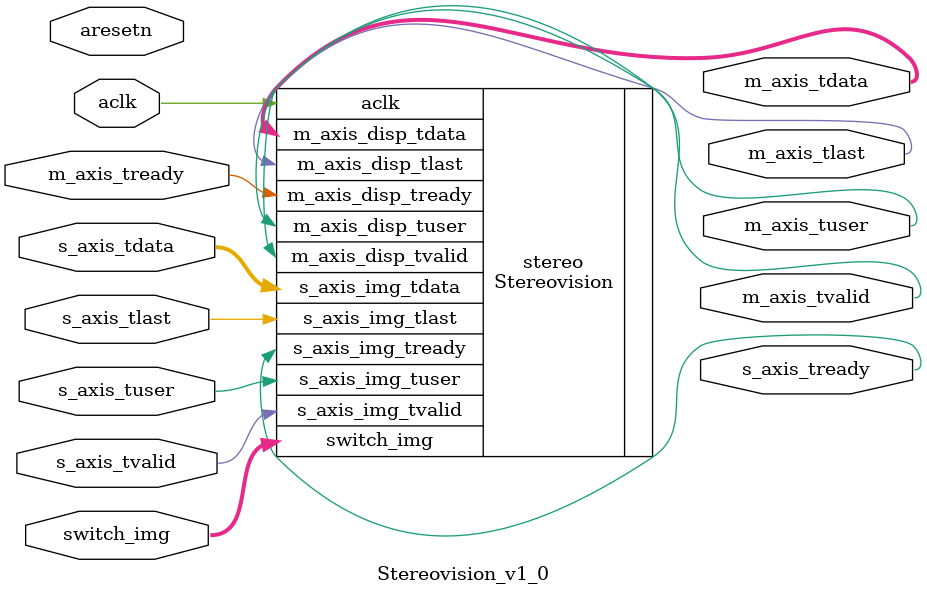
<source format=v>

`timescale 1 ns / 1 ps

	module Stereovision_v1_0 #
	(
		parameter WIDTH = 3840,
        parameter HEIGHT = 2160,
        parameter MAX_DISP = 255,
        parameter CNTX_SIZE = 3,
        parameter MAX_SAMPLES_PER_CLOCK = 4,
    
        parameter AXIS_TDATA_WIDTH = 96,
        parameter DATA_WIDTH = 8,
        
        
        parameter P1 = 16,
        parameter P2 = 64
	)
	(
		input wire  aclk,
		input wire  aresetn,
		
		output wire  s_axis_tready,
		input wire [AXIS_TDATA_WIDTH-1 : 0] s_axis_tdata,
		input wire s_axis_tuser,
		input wire  s_axis_tlast,
		input wire  s_axis_tvalid,

		output wire  m_axis_tvalid,
		output wire [AXIS_TDATA_WIDTH-1 : 0] m_axis_tdata,
		output wire  m_axis_tuser,
		output wire  m_axis_tlast,
		input wire  m_axis_tready,
		
		input wire [4-1:0] switch_img
	);
    

    Stereovision
    #(
        .WIDTH(WIDTH),
        .HEIGHT(HEIGHT),
        .MAX_DISP(MAX_DISP),
        .CNTX_SIZE(CNTX_SIZE),
        .MAX_SAMPLES_PER_CLOCK(MAX_SAMPLES_PER_CLOCK),
        .AXIS_TDATA_WIDTH(AXIS_TDATA_WIDTH/3),
        .DATA_WIDTH(DATA_WIDTH)
    ) stereo
    (
        .aclk(aclk),

		// Ports of Axi Slave Bus Interface S00_AXIS
		.s_axis_img_tready(s_axis_tready),
		.s_axis_img_tdata(s_axis_tdata),
		.s_axis_img_tuser(s_axis_tuser),
		.s_axis_img_tlast(s_axis_tlast),
		.s_axis_img_tvalid(s_axis_tvalid),
        
		// Ports of Axi Master Bus Interface M00_AXIS
		.m_axis_disp_tvalid(m_axis_tvalid),
		.m_axis_disp_tdata(m_axis_tdata),
		.m_axis_disp_tuser(m_axis_tuser),
		.m_axis_disp_tlast(m_axis_tlast),
		.m_axis_disp_tready(m_axis_tready),
		.switch_img(switch_img)
    );
    
  
    
    
    endmodule

</source>
